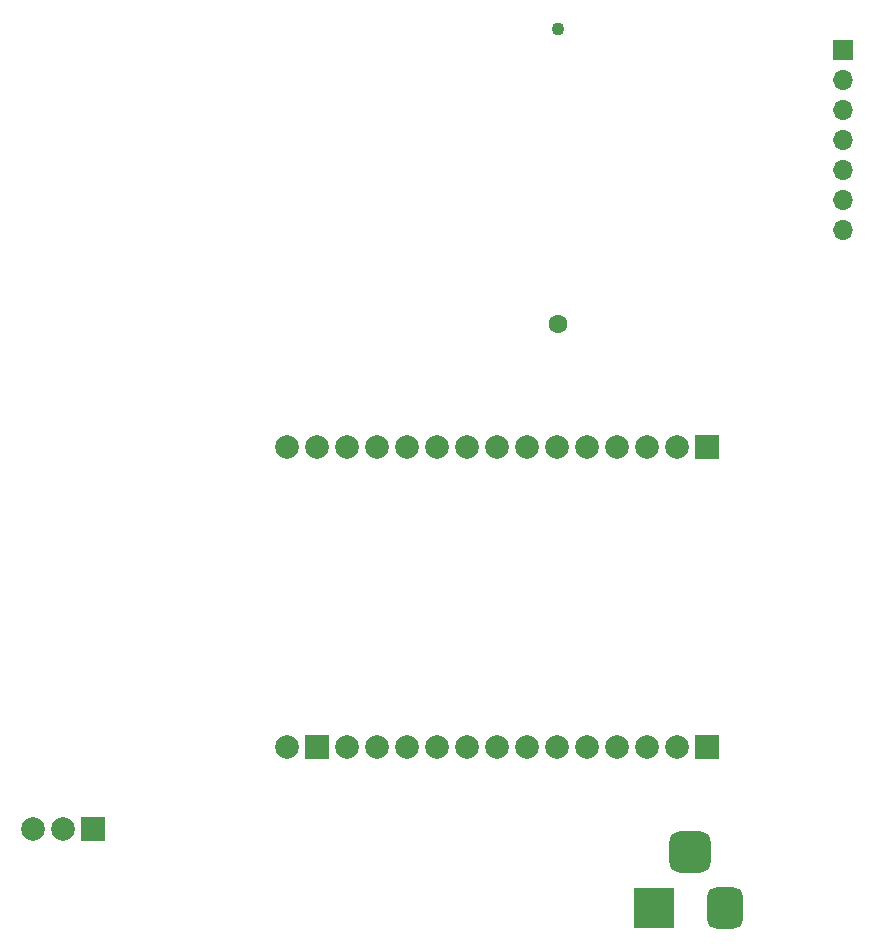
<source format=gbr>
%TF.GenerationSoftware,KiCad,Pcbnew,9.0.0-9.0.0-2~ubuntu24.04.1*%
%TF.CreationDate,2025-04-06T07:01:26+03:00*%
%TF.ProjectId,InterfaceBoard_Gateway,496e7465-7266-4616-9365-426f6172645f,rev?*%
%TF.SameCoordinates,Original*%
%TF.FileFunction,Soldermask,Bot*%
%TF.FilePolarity,Negative*%
%FSLAX46Y46*%
G04 Gerber Fmt 4.6, Leading zero omitted, Abs format (unit mm)*
G04 Created by KiCad (PCBNEW 9.0.0-9.0.0-2~ubuntu24.04.1) date 2025-04-06 07:01:26*
%MOMM*%
%LPD*%
G01*
G04 APERTURE LIST*
G04 Aperture macros list*
%AMRoundRect*
0 Rectangle with rounded corners*
0 $1 Rounding radius*
0 $2 $3 $4 $5 $6 $7 $8 $9 X,Y pos of 4 corners*
0 Add a 4 corners polygon primitive as box body*
4,1,4,$2,$3,$4,$5,$6,$7,$8,$9,$2,$3,0*
0 Add four circle primitives for the rounded corners*
1,1,$1+$1,$2,$3*
1,1,$1+$1,$4,$5*
1,1,$1+$1,$6,$7*
1,1,$1+$1,$8,$9*
0 Add four rect primitives between the rounded corners*
20,1,$1+$1,$2,$3,$4,$5,0*
20,1,$1+$1,$4,$5,$6,$7,0*
20,1,$1+$1,$6,$7,$8,$9,0*
20,1,$1+$1,$8,$9,$2,$3,0*%
G04 Aperture macros list end*
%ADD10R,1.700000X1.700000*%
%ADD11O,1.700000X1.700000*%
%ADD12R,3.500000X3.500000*%
%ADD13RoundRect,0.750000X0.750000X1.000000X-0.750000X1.000000X-0.750000X-1.000000X0.750000X-1.000000X0*%
%ADD14RoundRect,0.875000X0.875000X0.875000X-0.875000X0.875000X-0.875000X-0.875000X0.875000X-0.875000X0*%
%ADD15C,1.600000*%
%ADD16C,1.100000*%
%ADD17C,2.000000*%
%ADD18R,2.000000X2.000000*%
G04 APERTURE END LIST*
D10*
%TO.C,extPorts*%
X186700000Y-75600000D03*
D11*
X186700000Y-78140000D03*
X186700000Y-80680000D03*
X186700000Y-83220000D03*
X186700000Y-85760000D03*
X186700000Y-88300000D03*
X186700000Y-90840000D03*
%TD*%
D12*
%TO.C,BarrelJack_Horizontal*%
X170760000Y-148240000D03*
D13*
X176760000Y-148240000D03*
D14*
X173760000Y-143540000D03*
%TD*%
D15*
%TO.C,BUS_PCI_Express_Mini_Dual*%
X162625000Y-98860000D03*
D16*
X162625000Y-73860000D03*
%TD*%
D17*
%TO.C,ESP32C6*%
X157480000Y-109220000D03*
X154940000Y-109220000D03*
X172720000Y-134620000D03*
X170180000Y-134620000D03*
X172720000Y-109220000D03*
X167640000Y-109220000D03*
X165100000Y-109220000D03*
X139700000Y-109220000D03*
X139700000Y-134620000D03*
X162560000Y-109220000D03*
X160020000Y-109220000D03*
X152400000Y-109220000D03*
X144780000Y-134620000D03*
X149860000Y-109220000D03*
X147320000Y-109220000D03*
X144780000Y-109220000D03*
X142240000Y-109220000D03*
X162560000Y-134620000D03*
X147320000Y-134620000D03*
X149860000Y-134620000D03*
X152400000Y-134620000D03*
X154940000Y-134620000D03*
X157480000Y-134620000D03*
X160020000Y-134620000D03*
D18*
X142240000Y-134620000D03*
X175260000Y-109220000D03*
X175260000Y-134620000D03*
D17*
X170180000Y-109220000D03*
X165100000Y-134620000D03*
X167640000Y-134620000D03*
%TD*%
D18*
%TO.C,REGULATOR5V*%
X123200000Y-141560000D03*
D17*
X120660000Y-141560000D03*
X118120000Y-141560000D03*
%TD*%
M02*

</source>
